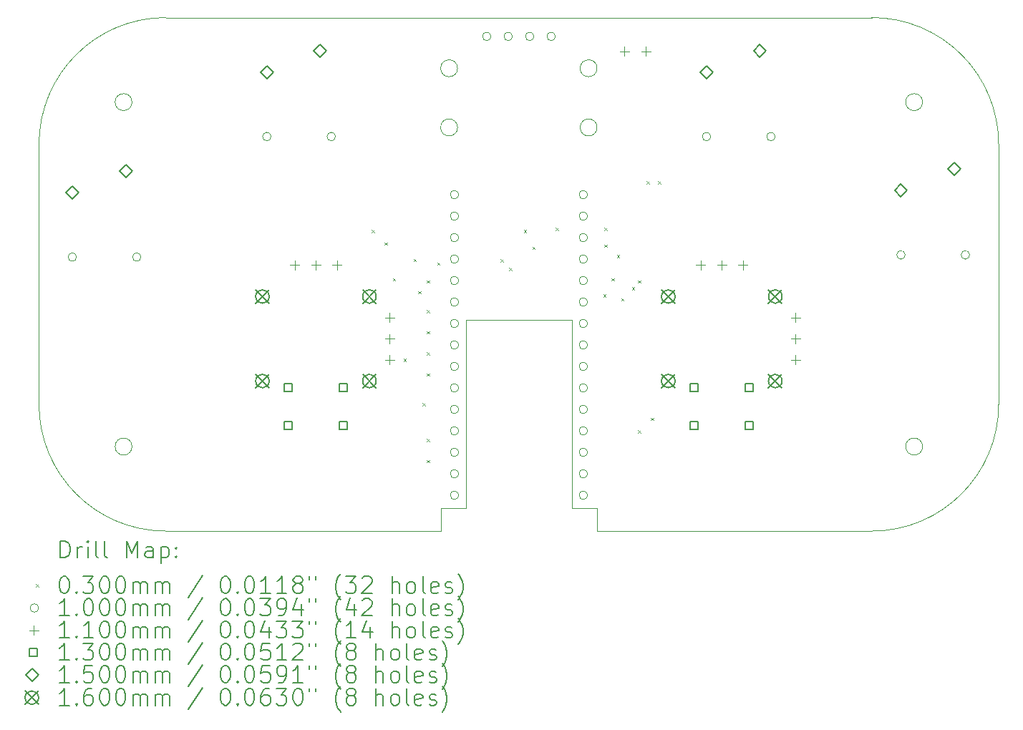
<source format=gbr>
%TF.GenerationSoftware,KiCad,Pcbnew,(6.0.9)*%
%TF.CreationDate,2023-05-29T17:24:43+10:00*%
%TF.ProjectId,Joysticks,4a6f7973-7469-4636-9b73-2e6b69636164,rev?*%
%TF.SameCoordinates,PX3d09000PY568bc30*%
%TF.FileFunction,Drillmap*%
%TF.FilePolarity,Positive*%
%FSLAX45Y45*%
G04 Gerber Fmt 4.5, Leading zero omitted, Abs format (unit mm)*
G04 Created by KiCad (PCBNEW (6.0.9)) date 2023-05-29 17:24:43*
%MOMM*%
%LPD*%
G01*
G04 APERTURE LIST*
%ADD10C,0.100000*%
%ADD11C,0.200000*%
%ADD12C,0.030000*%
%ADD13C,0.110000*%
%ADD14C,0.130000*%
%ADD15C,0.150000*%
%ADD16C,0.160000*%
G04 APERTURE END LIST*
D10*
X4225000Y-4000000D02*
X4525000Y-4000000D01*
X-575000Y1800000D02*
X7775000Y1800000D01*
X2975000Y-1775000D02*
X4225000Y-1775000D01*
X-575000Y1800000D02*
G75*
G03*
X-2075000Y300000I0J-1500000D01*
G01*
X9275000Y300000D02*
G75*
G03*
X7775000Y1800000I-1500000J0D01*
G01*
X-2075000Y-2775000D02*
X-2075000Y300000D01*
X8375000Y-3275000D02*
G75*
G03*
X8375000Y-3275000I-100000J0D01*
G01*
X9275000Y300000D02*
X9275000Y-2775000D01*
X4525000Y1200000D02*
G75*
G03*
X4525000Y1200000I-100000J0D01*
G01*
X-975000Y-3275000D02*
G75*
G03*
X-975000Y-3275000I-100000J0D01*
G01*
X2875000Y500000D02*
G75*
G03*
X2875000Y500000I-100000J0D01*
G01*
X2675000Y-4275000D02*
X2675000Y-4000000D01*
X4525000Y500000D02*
G75*
G03*
X4525000Y500000I-100000J0D01*
G01*
X-975000Y800000D02*
G75*
G03*
X-975000Y800000I-100000J0D01*
G01*
X2675000Y-4000000D02*
X2975000Y-4000000D01*
X-2075000Y-2775000D02*
G75*
G03*
X-575000Y-4275000I1500000J0D01*
G01*
X2975000Y-4000000D02*
X2975000Y-1775000D01*
X4225000Y-1775000D02*
X4225000Y-4000000D01*
X7775000Y-4275000D02*
X4525000Y-4275000D01*
X2675000Y-4275000D02*
X-575000Y-4275000D01*
X7775000Y-4275000D02*
G75*
G03*
X9275000Y-2775000I0J1500000D01*
G01*
X8375000Y800000D02*
G75*
G03*
X8375000Y800000I-100000J0D01*
G01*
X2875000Y1200000D02*
G75*
G03*
X2875000Y1200000I-100000J0D01*
G01*
X4525000Y-4000000D02*
X4525000Y-4275000D01*
D11*
D12*
X1860000Y-710000D02*
X1890000Y-740000D01*
X1890000Y-710000D02*
X1860000Y-740000D01*
X2010000Y-860000D02*
X2040000Y-890000D01*
X2040000Y-860000D02*
X2010000Y-890000D01*
X2110000Y-1285000D02*
X2140000Y-1315000D01*
X2140000Y-1285000D02*
X2110000Y-1315000D01*
X2237550Y-2235000D02*
X2267550Y-2265000D01*
X2267550Y-2235000D02*
X2237550Y-2265000D01*
X2353341Y-1053341D02*
X2383341Y-1083341D01*
X2383341Y-1053341D02*
X2353341Y-1083341D01*
X2409292Y-1434292D02*
X2439292Y-1464292D01*
X2439292Y-1434292D02*
X2409292Y-1464292D01*
X2460000Y-2760000D02*
X2490000Y-2790000D01*
X2490000Y-2760000D02*
X2460000Y-2790000D01*
X2510000Y-1310000D02*
X2540000Y-1340000D01*
X2540000Y-1310000D02*
X2510000Y-1340000D01*
X2510000Y-1660000D02*
X2540000Y-1690000D01*
X2540000Y-1660000D02*
X2510000Y-1690000D01*
X2510000Y-1910000D02*
X2540000Y-1940000D01*
X2540000Y-1910000D02*
X2510000Y-1940000D01*
X2510000Y-2160000D02*
X2540000Y-2190000D01*
X2540000Y-2160000D02*
X2510000Y-2190000D01*
X2510000Y-2410000D02*
X2540000Y-2440000D01*
X2540000Y-2410000D02*
X2510000Y-2440000D01*
X2510000Y-3185000D02*
X2540000Y-3215000D01*
X2540000Y-3185000D02*
X2510000Y-3215000D01*
X2510000Y-3435000D02*
X2540000Y-3465000D01*
X2540000Y-3435000D02*
X2510000Y-3465000D01*
X2635000Y-1097550D02*
X2665000Y-1127550D01*
X2665000Y-1097550D02*
X2635000Y-1127550D01*
X3385000Y-1060000D02*
X3415000Y-1090000D01*
X3415000Y-1060000D02*
X3385000Y-1090000D01*
X3485000Y-1160000D02*
X3515000Y-1190000D01*
X3515000Y-1160000D02*
X3485000Y-1190000D01*
X3660000Y-710000D02*
X3690000Y-740000D01*
X3690000Y-710000D02*
X3660000Y-740000D01*
X3760000Y-910000D02*
X3790000Y-940000D01*
X3790000Y-910000D02*
X3760000Y-940000D01*
X4035000Y-685000D02*
X4065000Y-715000D01*
X4065000Y-685000D02*
X4035000Y-715000D01*
X4598841Y-1473841D02*
X4628841Y-1503841D01*
X4628841Y-1473841D02*
X4598841Y-1503841D01*
X4610000Y-685000D02*
X4640000Y-715000D01*
X4640000Y-685000D02*
X4610000Y-715000D01*
X4610000Y-885000D02*
X4640000Y-915000D01*
X4640000Y-885000D02*
X4610000Y-915000D01*
X4697550Y-1285000D02*
X4727550Y-1315000D01*
X4727550Y-1285000D02*
X4697550Y-1315000D01*
X4760000Y-1010000D02*
X4790000Y-1040000D01*
X4790000Y-1010000D02*
X4760000Y-1040000D01*
X4810000Y-1522450D02*
X4840000Y-1552450D01*
X4840000Y-1522450D02*
X4810000Y-1552450D01*
X4938312Y-1388312D02*
X4968312Y-1418312D01*
X4968312Y-1388312D02*
X4938312Y-1418312D01*
X5010000Y-1310000D02*
X5040000Y-1340000D01*
X5040000Y-1310000D02*
X5010000Y-1340000D01*
X5010000Y-3085000D02*
X5040000Y-3115000D01*
X5040000Y-3085000D02*
X5010000Y-3115000D01*
X5110000Y-135000D02*
X5140000Y-165000D01*
X5140000Y-135000D02*
X5110000Y-165000D01*
X5160000Y-2935000D02*
X5190000Y-2965000D01*
X5190000Y-2935000D02*
X5160000Y-2965000D01*
X5247450Y-135000D02*
X5277450Y-165000D01*
X5277450Y-135000D02*
X5247450Y-165000D01*
D10*
X-1631000Y-1033000D02*
G75*
G03*
X-1631000Y-1033000I-50000J0D01*
G01*
X-869000Y-1033000D02*
G75*
G03*
X-869000Y-1033000I-50000J0D01*
G01*
X669000Y392000D02*
G75*
G03*
X669000Y392000I-50000J0D01*
G01*
X1431000Y392000D02*
G75*
G03*
X1431000Y392000I-50000J0D01*
G01*
X2889000Y-295000D02*
G75*
G03*
X2889000Y-295000I-50000J0D01*
G01*
X2889000Y-549000D02*
G75*
G03*
X2889000Y-549000I-50000J0D01*
G01*
X2889000Y-803000D02*
G75*
G03*
X2889000Y-803000I-50000J0D01*
G01*
X2889000Y-1057000D02*
G75*
G03*
X2889000Y-1057000I-50000J0D01*
G01*
X2889000Y-1311000D02*
G75*
G03*
X2889000Y-1311000I-50000J0D01*
G01*
X2889000Y-1565000D02*
G75*
G03*
X2889000Y-1565000I-50000J0D01*
G01*
X2889000Y-1819000D02*
G75*
G03*
X2889000Y-1819000I-50000J0D01*
G01*
X2889000Y-2073000D02*
G75*
G03*
X2889000Y-2073000I-50000J0D01*
G01*
X2889000Y-2327000D02*
G75*
G03*
X2889000Y-2327000I-50000J0D01*
G01*
X2889000Y-2581000D02*
G75*
G03*
X2889000Y-2581000I-50000J0D01*
G01*
X2889000Y-2835000D02*
G75*
G03*
X2889000Y-2835000I-50000J0D01*
G01*
X2889000Y-3089000D02*
G75*
G03*
X2889000Y-3089000I-50000J0D01*
G01*
X2889000Y-3343000D02*
G75*
G03*
X2889000Y-3343000I-50000J0D01*
G01*
X2889000Y-3597000D02*
G75*
G03*
X2889000Y-3597000I-50000J0D01*
G01*
X2889000Y-3851000D02*
G75*
G03*
X2889000Y-3851000I-50000J0D01*
G01*
X3270000Y1577500D02*
G75*
G03*
X3270000Y1577500I-50000J0D01*
G01*
X3524000Y1577500D02*
G75*
G03*
X3524000Y1577500I-50000J0D01*
G01*
X3778000Y1577500D02*
G75*
G03*
X3778000Y1577500I-50000J0D01*
G01*
X4032000Y1577500D02*
G75*
G03*
X4032000Y1577500I-50000J0D01*
G01*
X4413000Y-295000D02*
G75*
G03*
X4413000Y-295000I-50000J0D01*
G01*
X4413000Y-549000D02*
G75*
G03*
X4413000Y-549000I-50000J0D01*
G01*
X4413000Y-803000D02*
G75*
G03*
X4413000Y-803000I-50000J0D01*
G01*
X4413000Y-1057000D02*
G75*
G03*
X4413000Y-1057000I-50000J0D01*
G01*
X4413000Y-1311000D02*
G75*
G03*
X4413000Y-1311000I-50000J0D01*
G01*
X4413000Y-1565000D02*
G75*
G03*
X4413000Y-1565000I-50000J0D01*
G01*
X4413000Y-1819000D02*
G75*
G03*
X4413000Y-1819000I-50000J0D01*
G01*
X4413000Y-2073000D02*
G75*
G03*
X4413000Y-2073000I-50000J0D01*
G01*
X4413000Y-2327000D02*
G75*
G03*
X4413000Y-2327000I-50000J0D01*
G01*
X4413000Y-2581000D02*
G75*
G03*
X4413000Y-2581000I-50000J0D01*
G01*
X4413000Y-2835000D02*
G75*
G03*
X4413000Y-2835000I-50000J0D01*
G01*
X4413000Y-3089000D02*
G75*
G03*
X4413000Y-3089000I-50000J0D01*
G01*
X4413000Y-3343000D02*
G75*
G03*
X4413000Y-3343000I-50000J0D01*
G01*
X4413000Y-3597000D02*
G75*
G03*
X4413000Y-3597000I-50000J0D01*
G01*
X4413000Y-3851000D02*
G75*
G03*
X4413000Y-3851000I-50000J0D01*
G01*
X5869000Y392000D02*
G75*
G03*
X5869000Y392000I-50000J0D01*
G01*
X6631000Y392000D02*
G75*
G03*
X6631000Y392000I-50000J0D01*
G01*
X8169000Y-1008000D02*
G75*
G03*
X8169000Y-1008000I-50000J0D01*
G01*
X8931000Y-1008000D02*
G75*
G03*
X8931000Y-1008000I-50000J0D01*
G01*
D13*
X950000Y-1072000D02*
X950000Y-1182000D01*
X895000Y-1127000D02*
X1005000Y-1127000D01*
X1200000Y-1072000D02*
X1200000Y-1182000D01*
X1145000Y-1127000D02*
X1255000Y-1127000D01*
X1450000Y-1072000D02*
X1450000Y-1182000D01*
X1395000Y-1127000D02*
X1505000Y-1127000D01*
X2073000Y-1695000D02*
X2073000Y-1805000D01*
X2018000Y-1750000D02*
X2128000Y-1750000D01*
X2073000Y-1945000D02*
X2073000Y-2055000D01*
X2018000Y-2000000D02*
X2128000Y-2000000D01*
X2073000Y-2195000D02*
X2073000Y-2305000D01*
X2018000Y-2250000D02*
X2128000Y-2250000D01*
X4848000Y1455000D02*
X4848000Y1345000D01*
X4793000Y1400000D02*
X4903000Y1400000D01*
X5102000Y1455000D02*
X5102000Y1345000D01*
X5047000Y1400000D02*
X5157000Y1400000D01*
X5750000Y-1072000D02*
X5750000Y-1182000D01*
X5695000Y-1127000D02*
X5805000Y-1127000D01*
X6000000Y-1072000D02*
X6000000Y-1182000D01*
X5945000Y-1127000D02*
X6055000Y-1127000D01*
X6250000Y-1072000D02*
X6250000Y-1182000D01*
X6195000Y-1127000D02*
X6305000Y-1127000D01*
X6873000Y-1695000D02*
X6873000Y-1805000D01*
X6818000Y-1750000D02*
X6928000Y-1750000D01*
X6873000Y-1945000D02*
X6873000Y-2055000D01*
X6818000Y-2000000D02*
X6928000Y-2000000D01*
X6873000Y-2195000D02*
X6873000Y-2305000D01*
X6818000Y-2250000D02*
X6928000Y-2250000D01*
D14*
X920962Y-2620962D02*
X920962Y-2529038D01*
X829038Y-2529038D01*
X829038Y-2620962D01*
X920962Y-2620962D01*
X920962Y-3070962D02*
X920962Y-2979038D01*
X829038Y-2979038D01*
X829038Y-3070962D01*
X920962Y-3070962D01*
X1570962Y-2620962D02*
X1570962Y-2529038D01*
X1479038Y-2529038D01*
X1479038Y-2620962D01*
X1570962Y-2620962D01*
X1570962Y-3070962D02*
X1570962Y-2979038D01*
X1479038Y-2979038D01*
X1479038Y-3070962D01*
X1570962Y-3070962D01*
X5720962Y-2620962D02*
X5720962Y-2529038D01*
X5629038Y-2529038D01*
X5629038Y-2620962D01*
X5720962Y-2620962D01*
X5720962Y-3070962D02*
X5720962Y-2979038D01*
X5629038Y-2979038D01*
X5629038Y-3070962D01*
X5720962Y-3070962D01*
X6370962Y-2620962D02*
X6370962Y-2529038D01*
X6279038Y-2529038D01*
X6279038Y-2620962D01*
X6370962Y-2620962D01*
X6370962Y-3070962D02*
X6370962Y-2979038D01*
X6279038Y-2979038D01*
X6279038Y-3070962D01*
X6370962Y-3070962D01*
D15*
X-1681000Y-346000D02*
X-1606000Y-271000D01*
X-1681000Y-196000D01*
X-1756000Y-271000D01*
X-1681000Y-346000D01*
X-1049000Y-92000D02*
X-974000Y-17000D01*
X-1049000Y58000D01*
X-1124000Y-17000D01*
X-1049000Y-92000D01*
X619000Y1079000D02*
X694000Y1154000D01*
X619000Y1229000D01*
X544000Y1154000D01*
X619000Y1079000D01*
X1251000Y1333000D02*
X1326000Y1408000D01*
X1251000Y1483000D01*
X1176000Y1408000D01*
X1251000Y1333000D01*
X5819000Y1079000D02*
X5894000Y1154000D01*
X5819000Y1229000D01*
X5744000Y1154000D01*
X5819000Y1079000D01*
X6451000Y1333000D02*
X6526000Y1408000D01*
X6451000Y1483000D01*
X6376000Y1408000D01*
X6451000Y1333000D01*
X8119000Y-321000D02*
X8194000Y-246000D01*
X8119000Y-171000D01*
X8044000Y-246000D01*
X8119000Y-321000D01*
X8751000Y-67000D02*
X8826000Y8000D01*
X8751000Y83000D01*
X8676000Y8000D01*
X8751000Y-67000D01*
D16*
X487500Y-1420000D02*
X647500Y-1580000D01*
X647500Y-1420000D02*
X487500Y-1580000D01*
X647500Y-1500000D02*
G75*
G03*
X647500Y-1500000I-80000J0D01*
G01*
X487500Y-2420000D02*
X647500Y-2580000D01*
X647500Y-2420000D02*
X487500Y-2580000D01*
X647500Y-2500000D02*
G75*
G03*
X647500Y-2500000I-80000J0D01*
G01*
X1752500Y-1420000D02*
X1912500Y-1580000D01*
X1912500Y-1420000D02*
X1752500Y-1580000D01*
X1912500Y-1500000D02*
G75*
G03*
X1912500Y-1500000I-80000J0D01*
G01*
X1752500Y-2420000D02*
X1912500Y-2580000D01*
X1912500Y-2420000D02*
X1752500Y-2580000D01*
X1912500Y-2500000D02*
G75*
G03*
X1912500Y-2500000I-80000J0D01*
G01*
X5287500Y-1420000D02*
X5447500Y-1580000D01*
X5447500Y-1420000D02*
X5287500Y-1580000D01*
X5447500Y-1500000D02*
G75*
G03*
X5447500Y-1500000I-80000J0D01*
G01*
X5287500Y-2420000D02*
X5447500Y-2580000D01*
X5447500Y-2420000D02*
X5287500Y-2580000D01*
X5447500Y-2500000D02*
G75*
G03*
X5447500Y-2500000I-80000J0D01*
G01*
X6552500Y-1420000D02*
X6712500Y-1580000D01*
X6712500Y-1420000D02*
X6552500Y-1580000D01*
X6712500Y-1500000D02*
G75*
G03*
X6712500Y-1500000I-80000J0D01*
G01*
X6552500Y-2420000D02*
X6712500Y-2580000D01*
X6712500Y-2420000D02*
X6552500Y-2580000D01*
X6712500Y-2500000D02*
G75*
G03*
X6712500Y-2500000I-80000J0D01*
G01*
D11*
X-1822381Y-4590476D02*
X-1822381Y-4390476D01*
X-1774762Y-4390476D01*
X-1746190Y-4400000D01*
X-1727143Y-4419048D01*
X-1717619Y-4438095D01*
X-1708095Y-4476190D01*
X-1708095Y-4504762D01*
X-1717619Y-4542857D01*
X-1727143Y-4561905D01*
X-1746190Y-4580952D01*
X-1774762Y-4590476D01*
X-1822381Y-4590476D01*
X-1622381Y-4590476D02*
X-1622381Y-4457143D01*
X-1622381Y-4495238D02*
X-1612857Y-4476190D01*
X-1603333Y-4466667D01*
X-1584286Y-4457143D01*
X-1565238Y-4457143D01*
X-1498571Y-4590476D02*
X-1498571Y-4457143D01*
X-1498571Y-4390476D02*
X-1508095Y-4400000D01*
X-1498571Y-4409524D01*
X-1489048Y-4400000D01*
X-1498571Y-4390476D01*
X-1498571Y-4409524D01*
X-1374762Y-4590476D02*
X-1393810Y-4580952D01*
X-1403333Y-4561905D01*
X-1403333Y-4390476D01*
X-1270000Y-4590476D02*
X-1289048Y-4580952D01*
X-1298572Y-4561905D01*
X-1298572Y-4390476D01*
X-1041429Y-4590476D02*
X-1041429Y-4390476D01*
X-974762Y-4533333D01*
X-908095Y-4390476D01*
X-908095Y-4590476D01*
X-727143Y-4590476D02*
X-727143Y-4485714D01*
X-736667Y-4466667D01*
X-755714Y-4457143D01*
X-793810Y-4457143D01*
X-812857Y-4466667D01*
X-727143Y-4580952D02*
X-746190Y-4590476D01*
X-793810Y-4590476D01*
X-812857Y-4580952D01*
X-822381Y-4561905D01*
X-822381Y-4542857D01*
X-812857Y-4523810D01*
X-793810Y-4514286D01*
X-746190Y-4514286D01*
X-727143Y-4504762D01*
X-631905Y-4457143D02*
X-631905Y-4657143D01*
X-631905Y-4466667D02*
X-612857Y-4457143D01*
X-574762Y-4457143D01*
X-555714Y-4466667D01*
X-546191Y-4476190D01*
X-536667Y-4495238D01*
X-536667Y-4552381D01*
X-546191Y-4571429D01*
X-555714Y-4580952D01*
X-574762Y-4590476D01*
X-612857Y-4590476D01*
X-631905Y-4580952D01*
X-450952Y-4571429D02*
X-441429Y-4580952D01*
X-450952Y-4590476D01*
X-460476Y-4580952D01*
X-450952Y-4571429D01*
X-450952Y-4590476D01*
X-450952Y-4466667D02*
X-441429Y-4476190D01*
X-450952Y-4485714D01*
X-460476Y-4476190D01*
X-450952Y-4466667D01*
X-450952Y-4485714D01*
D12*
X-2110000Y-4905000D02*
X-2080000Y-4935000D01*
X-2080000Y-4905000D02*
X-2110000Y-4935000D01*
D11*
X-1784286Y-4810476D02*
X-1765238Y-4810476D01*
X-1746190Y-4820000D01*
X-1736667Y-4829524D01*
X-1727143Y-4848571D01*
X-1717619Y-4886667D01*
X-1717619Y-4934286D01*
X-1727143Y-4972381D01*
X-1736667Y-4991429D01*
X-1746190Y-5000952D01*
X-1765238Y-5010476D01*
X-1784286Y-5010476D01*
X-1803333Y-5000952D01*
X-1812857Y-4991429D01*
X-1822381Y-4972381D01*
X-1831905Y-4934286D01*
X-1831905Y-4886667D01*
X-1822381Y-4848571D01*
X-1812857Y-4829524D01*
X-1803333Y-4820000D01*
X-1784286Y-4810476D01*
X-1631905Y-4991429D02*
X-1622381Y-5000952D01*
X-1631905Y-5010476D01*
X-1641429Y-5000952D01*
X-1631905Y-4991429D01*
X-1631905Y-5010476D01*
X-1555714Y-4810476D02*
X-1431905Y-4810476D01*
X-1498571Y-4886667D01*
X-1470000Y-4886667D01*
X-1450952Y-4896190D01*
X-1441429Y-4905714D01*
X-1431905Y-4924762D01*
X-1431905Y-4972381D01*
X-1441429Y-4991429D01*
X-1450952Y-5000952D01*
X-1470000Y-5010476D01*
X-1527143Y-5010476D01*
X-1546190Y-5000952D01*
X-1555714Y-4991429D01*
X-1308095Y-4810476D02*
X-1289048Y-4810476D01*
X-1270000Y-4820000D01*
X-1260476Y-4829524D01*
X-1250952Y-4848571D01*
X-1241429Y-4886667D01*
X-1241429Y-4934286D01*
X-1250952Y-4972381D01*
X-1260476Y-4991429D01*
X-1270000Y-5000952D01*
X-1289048Y-5010476D01*
X-1308095Y-5010476D01*
X-1327143Y-5000952D01*
X-1336667Y-4991429D01*
X-1346191Y-4972381D01*
X-1355714Y-4934286D01*
X-1355714Y-4886667D01*
X-1346191Y-4848571D01*
X-1336667Y-4829524D01*
X-1327143Y-4820000D01*
X-1308095Y-4810476D01*
X-1117619Y-4810476D02*
X-1098572Y-4810476D01*
X-1079524Y-4820000D01*
X-1070000Y-4829524D01*
X-1060476Y-4848571D01*
X-1050952Y-4886667D01*
X-1050952Y-4934286D01*
X-1060476Y-4972381D01*
X-1070000Y-4991429D01*
X-1079524Y-5000952D01*
X-1098572Y-5010476D01*
X-1117619Y-5010476D01*
X-1136667Y-5000952D01*
X-1146191Y-4991429D01*
X-1155714Y-4972381D01*
X-1165238Y-4934286D01*
X-1165238Y-4886667D01*
X-1155714Y-4848571D01*
X-1146191Y-4829524D01*
X-1136667Y-4820000D01*
X-1117619Y-4810476D01*
X-965238Y-5010476D02*
X-965238Y-4877143D01*
X-965238Y-4896190D02*
X-955714Y-4886667D01*
X-936667Y-4877143D01*
X-908095Y-4877143D01*
X-889048Y-4886667D01*
X-879524Y-4905714D01*
X-879524Y-5010476D01*
X-879524Y-4905714D02*
X-870000Y-4886667D01*
X-850952Y-4877143D01*
X-822381Y-4877143D01*
X-803333Y-4886667D01*
X-793810Y-4905714D01*
X-793810Y-5010476D01*
X-698572Y-5010476D02*
X-698572Y-4877143D01*
X-698572Y-4896190D02*
X-689048Y-4886667D01*
X-670000Y-4877143D01*
X-641429Y-4877143D01*
X-622381Y-4886667D01*
X-612857Y-4905714D01*
X-612857Y-5010476D01*
X-612857Y-4905714D02*
X-603333Y-4886667D01*
X-584286Y-4877143D01*
X-555714Y-4877143D01*
X-536667Y-4886667D01*
X-527143Y-4905714D01*
X-527143Y-5010476D01*
X-136667Y-4800952D02*
X-308095Y-5058095D01*
X120476Y-4810476D02*
X139524Y-4810476D01*
X158571Y-4820000D01*
X168095Y-4829524D01*
X177619Y-4848571D01*
X187143Y-4886667D01*
X187143Y-4934286D01*
X177619Y-4972381D01*
X168095Y-4991429D01*
X158571Y-5000952D01*
X139524Y-5010476D01*
X120476Y-5010476D01*
X101428Y-5000952D01*
X91905Y-4991429D01*
X82381Y-4972381D01*
X72857Y-4934286D01*
X72857Y-4886667D01*
X82381Y-4848571D01*
X91905Y-4829524D01*
X101428Y-4820000D01*
X120476Y-4810476D01*
X272857Y-4991429D02*
X282381Y-5000952D01*
X272857Y-5010476D01*
X263333Y-5000952D01*
X272857Y-4991429D01*
X272857Y-5010476D01*
X406190Y-4810476D02*
X425238Y-4810476D01*
X444286Y-4820000D01*
X453809Y-4829524D01*
X463333Y-4848571D01*
X472857Y-4886667D01*
X472857Y-4934286D01*
X463333Y-4972381D01*
X453809Y-4991429D01*
X444286Y-5000952D01*
X425238Y-5010476D01*
X406190Y-5010476D01*
X387143Y-5000952D01*
X377619Y-4991429D01*
X368095Y-4972381D01*
X358571Y-4934286D01*
X358571Y-4886667D01*
X368095Y-4848571D01*
X377619Y-4829524D01*
X387143Y-4820000D01*
X406190Y-4810476D01*
X663333Y-5010476D02*
X549048Y-5010476D01*
X606190Y-5010476D02*
X606190Y-4810476D01*
X587143Y-4839048D01*
X568095Y-4858095D01*
X549048Y-4867619D01*
X853809Y-5010476D02*
X739524Y-5010476D01*
X796667Y-5010476D02*
X796667Y-4810476D01*
X777619Y-4839048D01*
X758571Y-4858095D01*
X739524Y-4867619D01*
X968095Y-4896190D02*
X949048Y-4886667D01*
X939524Y-4877143D01*
X930000Y-4858095D01*
X930000Y-4848571D01*
X939524Y-4829524D01*
X949048Y-4820000D01*
X968095Y-4810476D01*
X1006190Y-4810476D01*
X1025238Y-4820000D01*
X1034762Y-4829524D01*
X1044286Y-4848571D01*
X1044286Y-4858095D01*
X1034762Y-4877143D01*
X1025238Y-4886667D01*
X1006190Y-4896190D01*
X968095Y-4896190D01*
X949048Y-4905714D01*
X939524Y-4915238D01*
X930000Y-4934286D01*
X930000Y-4972381D01*
X939524Y-4991429D01*
X949048Y-5000952D01*
X968095Y-5010476D01*
X1006190Y-5010476D01*
X1025238Y-5000952D01*
X1034762Y-4991429D01*
X1044286Y-4972381D01*
X1044286Y-4934286D01*
X1034762Y-4915238D01*
X1025238Y-4905714D01*
X1006190Y-4896190D01*
X1120476Y-4810476D02*
X1120476Y-4848571D01*
X1196667Y-4810476D02*
X1196667Y-4848571D01*
X1491905Y-5086667D02*
X1482381Y-5077143D01*
X1463333Y-5048571D01*
X1453809Y-5029524D01*
X1444286Y-5000952D01*
X1434762Y-4953333D01*
X1434762Y-4915238D01*
X1444286Y-4867619D01*
X1453809Y-4839048D01*
X1463333Y-4820000D01*
X1482381Y-4791429D01*
X1491905Y-4781905D01*
X1549048Y-4810476D02*
X1672857Y-4810476D01*
X1606190Y-4886667D01*
X1634762Y-4886667D01*
X1653809Y-4896190D01*
X1663333Y-4905714D01*
X1672857Y-4924762D01*
X1672857Y-4972381D01*
X1663333Y-4991429D01*
X1653809Y-5000952D01*
X1634762Y-5010476D01*
X1577619Y-5010476D01*
X1558571Y-5000952D01*
X1549048Y-4991429D01*
X1749048Y-4829524D02*
X1758571Y-4820000D01*
X1777619Y-4810476D01*
X1825238Y-4810476D01*
X1844286Y-4820000D01*
X1853809Y-4829524D01*
X1863333Y-4848571D01*
X1863333Y-4867619D01*
X1853809Y-4896190D01*
X1739524Y-5010476D01*
X1863333Y-5010476D01*
X2101429Y-5010476D02*
X2101429Y-4810476D01*
X2187143Y-5010476D02*
X2187143Y-4905714D01*
X2177619Y-4886667D01*
X2158571Y-4877143D01*
X2130000Y-4877143D01*
X2110952Y-4886667D01*
X2101429Y-4896190D01*
X2310952Y-5010476D02*
X2291905Y-5000952D01*
X2282381Y-4991429D01*
X2272857Y-4972381D01*
X2272857Y-4915238D01*
X2282381Y-4896190D01*
X2291905Y-4886667D01*
X2310952Y-4877143D01*
X2339524Y-4877143D01*
X2358571Y-4886667D01*
X2368095Y-4896190D01*
X2377619Y-4915238D01*
X2377619Y-4972381D01*
X2368095Y-4991429D01*
X2358571Y-5000952D01*
X2339524Y-5010476D01*
X2310952Y-5010476D01*
X2491905Y-5010476D02*
X2472857Y-5000952D01*
X2463333Y-4981905D01*
X2463333Y-4810476D01*
X2644286Y-5000952D02*
X2625238Y-5010476D01*
X2587143Y-5010476D01*
X2568095Y-5000952D01*
X2558571Y-4981905D01*
X2558571Y-4905714D01*
X2568095Y-4886667D01*
X2587143Y-4877143D01*
X2625238Y-4877143D01*
X2644286Y-4886667D01*
X2653810Y-4905714D01*
X2653810Y-4924762D01*
X2558571Y-4943810D01*
X2730000Y-5000952D02*
X2749048Y-5010476D01*
X2787143Y-5010476D01*
X2806190Y-5000952D01*
X2815714Y-4981905D01*
X2815714Y-4972381D01*
X2806190Y-4953333D01*
X2787143Y-4943810D01*
X2758571Y-4943810D01*
X2739524Y-4934286D01*
X2730000Y-4915238D01*
X2730000Y-4905714D01*
X2739524Y-4886667D01*
X2758571Y-4877143D01*
X2787143Y-4877143D01*
X2806190Y-4886667D01*
X2882381Y-5086667D02*
X2891905Y-5077143D01*
X2910952Y-5048571D01*
X2920476Y-5029524D01*
X2930000Y-5000952D01*
X2939524Y-4953333D01*
X2939524Y-4915238D01*
X2930000Y-4867619D01*
X2920476Y-4839048D01*
X2910952Y-4820000D01*
X2891905Y-4791429D01*
X2882381Y-4781905D01*
D10*
X-2080000Y-5184000D02*
G75*
G03*
X-2080000Y-5184000I-50000J0D01*
G01*
D11*
X-1717619Y-5274476D02*
X-1831905Y-5274476D01*
X-1774762Y-5274476D02*
X-1774762Y-5074476D01*
X-1793810Y-5103048D01*
X-1812857Y-5122095D01*
X-1831905Y-5131619D01*
X-1631905Y-5255429D02*
X-1622381Y-5264952D01*
X-1631905Y-5274476D01*
X-1641429Y-5264952D01*
X-1631905Y-5255429D01*
X-1631905Y-5274476D01*
X-1498571Y-5074476D02*
X-1479524Y-5074476D01*
X-1460476Y-5084000D01*
X-1450952Y-5093524D01*
X-1441429Y-5112571D01*
X-1431905Y-5150667D01*
X-1431905Y-5198286D01*
X-1441429Y-5236381D01*
X-1450952Y-5255429D01*
X-1460476Y-5264952D01*
X-1479524Y-5274476D01*
X-1498571Y-5274476D01*
X-1517619Y-5264952D01*
X-1527143Y-5255429D01*
X-1536667Y-5236381D01*
X-1546190Y-5198286D01*
X-1546190Y-5150667D01*
X-1536667Y-5112571D01*
X-1527143Y-5093524D01*
X-1517619Y-5084000D01*
X-1498571Y-5074476D01*
X-1308095Y-5074476D02*
X-1289048Y-5074476D01*
X-1270000Y-5084000D01*
X-1260476Y-5093524D01*
X-1250952Y-5112571D01*
X-1241429Y-5150667D01*
X-1241429Y-5198286D01*
X-1250952Y-5236381D01*
X-1260476Y-5255429D01*
X-1270000Y-5264952D01*
X-1289048Y-5274476D01*
X-1308095Y-5274476D01*
X-1327143Y-5264952D01*
X-1336667Y-5255429D01*
X-1346191Y-5236381D01*
X-1355714Y-5198286D01*
X-1355714Y-5150667D01*
X-1346191Y-5112571D01*
X-1336667Y-5093524D01*
X-1327143Y-5084000D01*
X-1308095Y-5074476D01*
X-1117619Y-5074476D02*
X-1098572Y-5074476D01*
X-1079524Y-5084000D01*
X-1070000Y-5093524D01*
X-1060476Y-5112571D01*
X-1050952Y-5150667D01*
X-1050952Y-5198286D01*
X-1060476Y-5236381D01*
X-1070000Y-5255429D01*
X-1079524Y-5264952D01*
X-1098572Y-5274476D01*
X-1117619Y-5274476D01*
X-1136667Y-5264952D01*
X-1146191Y-5255429D01*
X-1155714Y-5236381D01*
X-1165238Y-5198286D01*
X-1165238Y-5150667D01*
X-1155714Y-5112571D01*
X-1146191Y-5093524D01*
X-1136667Y-5084000D01*
X-1117619Y-5074476D01*
X-965238Y-5274476D02*
X-965238Y-5141143D01*
X-965238Y-5160190D02*
X-955714Y-5150667D01*
X-936667Y-5141143D01*
X-908095Y-5141143D01*
X-889048Y-5150667D01*
X-879524Y-5169714D01*
X-879524Y-5274476D01*
X-879524Y-5169714D02*
X-870000Y-5150667D01*
X-850952Y-5141143D01*
X-822381Y-5141143D01*
X-803333Y-5150667D01*
X-793810Y-5169714D01*
X-793810Y-5274476D01*
X-698572Y-5274476D02*
X-698572Y-5141143D01*
X-698572Y-5160190D02*
X-689048Y-5150667D01*
X-670000Y-5141143D01*
X-641429Y-5141143D01*
X-622381Y-5150667D01*
X-612857Y-5169714D01*
X-612857Y-5274476D01*
X-612857Y-5169714D02*
X-603333Y-5150667D01*
X-584286Y-5141143D01*
X-555714Y-5141143D01*
X-536667Y-5150667D01*
X-527143Y-5169714D01*
X-527143Y-5274476D01*
X-136667Y-5064952D02*
X-308095Y-5322095D01*
X120476Y-5074476D02*
X139524Y-5074476D01*
X158571Y-5084000D01*
X168095Y-5093524D01*
X177619Y-5112571D01*
X187143Y-5150667D01*
X187143Y-5198286D01*
X177619Y-5236381D01*
X168095Y-5255429D01*
X158571Y-5264952D01*
X139524Y-5274476D01*
X120476Y-5274476D01*
X101428Y-5264952D01*
X91905Y-5255429D01*
X82381Y-5236381D01*
X72857Y-5198286D01*
X72857Y-5150667D01*
X82381Y-5112571D01*
X91905Y-5093524D01*
X101428Y-5084000D01*
X120476Y-5074476D01*
X272857Y-5255429D02*
X282381Y-5264952D01*
X272857Y-5274476D01*
X263333Y-5264952D01*
X272857Y-5255429D01*
X272857Y-5274476D01*
X406190Y-5074476D02*
X425238Y-5074476D01*
X444286Y-5084000D01*
X453809Y-5093524D01*
X463333Y-5112571D01*
X472857Y-5150667D01*
X472857Y-5198286D01*
X463333Y-5236381D01*
X453809Y-5255429D01*
X444286Y-5264952D01*
X425238Y-5274476D01*
X406190Y-5274476D01*
X387143Y-5264952D01*
X377619Y-5255429D01*
X368095Y-5236381D01*
X358571Y-5198286D01*
X358571Y-5150667D01*
X368095Y-5112571D01*
X377619Y-5093524D01*
X387143Y-5084000D01*
X406190Y-5074476D01*
X539524Y-5074476D02*
X663333Y-5074476D01*
X596667Y-5150667D01*
X625238Y-5150667D01*
X644286Y-5160190D01*
X653810Y-5169714D01*
X663333Y-5188762D01*
X663333Y-5236381D01*
X653810Y-5255429D01*
X644286Y-5264952D01*
X625238Y-5274476D01*
X568095Y-5274476D01*
X549048Y-5264952D01*
X539524Y-5255429D01*
X758571Y-5274476D02*
X796667Y-5274476D01*
X815714Y-5264952D01*
X825238Y-5255429D01*
X844286Y-5226857D01*
X853809Y-5188762D01*
X853809Y-5112571D01*
X844286Y-5093524D01*
X834762Y-5084000D01*
X815714Y-5074476D01*
X777619Y-5074476D01*
X758571Y-5084000D01*
X749048Y-5093524D01*
X739524Y-5112571D01*
X739524Y-5160190D01*
X749048Y-5179238D01*
X758571Y-5188762D01*
X777619Y-5198286D01*
X815714Y-5198286D01*
X834762Y-5188762D01*
X844286Y-5179238D01*
X853809Y-5160190D01*
X1025238Y-5141143D02*
X1025238Y-5274476D01*
X977619Y-5064952D02*
X930000Y-5207810D01*
X1053810Y-5207810D01*
X1120476Y-5074476D02*
X1120476Y-5112571D01*
X1196667Y-5074476D02*
X1196667Y-5112571D01*
X1491905Y-5350667D02*
X1482381Y-5341143D01*
X1463333Y-5312571D01*
X1453809Y-5293524D01*
X1444286Y-5264952D01*
X1434762Y-5217333D01*
X1434762Y-5179238D01*
X1444286Y-5131619D01*
X1453809Y-5103048D01*
X1463333Y-5084000D01*
X1482381Y-5055429D01*
X1491905Y-5045905D01*
X1653809Y-5141143D02*
X1653809Y-5274476D01*
X1606190Y-5064952D02*
X1558571Y-5207810D01*
X1682381Y-5207810D01*
X1749048Y-5093524D02*
X1758571Y-5084000D01*
X1777619Y-5074476D01*
X1825238Y-5074476D01*
X1844286Y-5084000D01*
X1853809Y-5093524D01*
X1863333Y-5112571D01*
X1863333Y-5131619D01*
X1853809Y-5160190D01*
X1739524Y-5274476D01*
X1863333Y-5274476D01*
X2101429Y-5274476D02*
X2101429Y-5074476D01*
X2187143Y-5274476D02*
X2187143Y-5169714D01*
X2177619Y-5150667D01*
X2158571Y-5141143D01*
X2130000Y-5141143D01*
X2110952Y-5150667D01*
X2101429Y-5160190D01*
X2310952Y-5274476D02*
X2291905Y-5264952D01*
X2282381Y-5255429D01*
X2272857Y-5236381D01*
X2272857Y-5179238D01*
X2282381Y-5160190D01*
X2291905Y-5150667D01*
X2310952Y-5141143D01*
X2339524Y-5141143D01*
X2358571Y-5150667D01*
X2368095Y-5160190D01*
X2377619Y-5179238D01*
X2377619Y-5236381D01*
X2368095Y-5255429D01*
X2358571Y-5264952D01*
X2339524Y-5274476D01*
X2310952Y-5274476D01*
X2491905Y-5274476D02*
X2472857Y-5264952D01*
X2463333Y-5245905D01*
X2463333Y-5074476D01*
X2644286Y-5264952D02*
X2625238Y-5274476D01*
X2587143Y-5274476D01*
X2568095Y-5264952D01*
X2558571Y-5245905D01*
X2558571Y-5169714D01*
X2568095Y-5150667D01*
X2587143Y-5141143D01*
X2625238Y-5141143D01*
X2644286Y-5150667D01*
X2653810Y-5169714D01*
X2653810Y-5188762D01*
X2558571Y-5207810D01*
X2730000Y-5264952D02*
X2749048Y-5274476D01*
X2787143Y-5274476D01*
X2806190Y-5264952D01*
X2815714Y-5245905D01*
X2815714Y-5236381D01*
X2806190Y-5217333D01*
X2787143Y-5207810D01*
X2758571Y-5207810D01*
X2739524Y-5198286D01*
X2730000Y-5179238D01*
X2730000Y-5169714D01*
X2739524Y-5150667D01*
X2758571Y-5141143D01*
X2787143Y-5141143D01*
X2806190Y-5150667D01*
X2882381Y-5350667D02*
X2891905Y-5341143D01*
X2910952Y-5312571D01*
X2920476Y-5293524D01*
X2930000Y-5264952D01*
X2939524Y-5217333D01*
X2939524Y-5179238D01*
X2930000Y-5131619D01*
X2920476Y-5103048D01*
X2910952Y-5084000D01*
X2891905Y-5055429D01*
X2882381Y-5045905D01*
D13*
X-2135000Y-5393000D02*
X-2135000Y-5503000D01*
X-2190000Y-5448000D02*
X-2080000Y-5448000D01*
D11*
X-1717619Y-5538476D02*
X-1831905Y-5538476D01*
X-1774762Y-5538476D02*
X-1774762Y-5338476D01*
X-1793810Y-5367048D01*
X-1812857Y-5386095D01*
X-1831905Y-5395619D01*
X-1631905Y-5519429D02*
X-1622381Y-5528952D01*
X-1631905Y-5538476D01*
X-1641429Y-5528952D01*
X-1631905Y-5519429D01*
X-1631905Y-5538476D01*
X-1431905Y-5538476D02*
X-1546190Y-5538476D01*
X-1489048Y-5538476D02*
X-1489048Y-5338476D01*
X-1508095Y-5367048D01*
X-1527143Y-5386095D01*
X-1546190Y-5395619D01*
X-1308095Y-5338476D02*
X-1289048Y-5338476D01*
X-1270000Y-5348000D01*
X-1260476Y-5357524D01*
X-1250952Y-5376571D01*
X-1241429Y-5414667D01*
X-1241429Y-5462286D01*
X-1250952Y-5500381D01*
X-1260476Y-5519429D01*
X-1270000Y-5528952D01*
X-1289048Y-5538476D01*
X-1308095Y-5538476D01*
X-1327143Y-5528952D01*
X-1336667Y-5519429D01*
X-1346191Y-5500381D01*
X-1355714Y-5462286D01*
X-1355714Y-5414667D01*
X-1346191Y-5376571D01*
X-1336667Y-5357524D01*
X-1327143Y-5348000D01*
X-1308095Y-5338476D01*
X-1117619Y-5338476D02*
X-1098572Y-5338476D01*
X-1079524Y-5348000D01*
X-1070000Y-5357524D01*
X-1060476Y-5376571D01*
X-1050952Y-5414667D01*
X-1050952Y-5462286D01*
X-1060476Y-5500381D01*
X-1070000Y-5519429D01*
X-1079524Y-5528952D01*
X-1098572Y-5538476D01*
X-1117619Y-5538476D01*
X-1136667Y-5528952D01*
X-1146191Y-5519429D01*
X-1155714Y-5500381D01*
X-1165238Y-5462286D01*
X-1165238Y-5414667D01*
X-1155714Y-5376571D01*
X-1146191Y-5357524D01*
X-1136667Y-5348000D01*
X-1117619Y-5338476D01*
X-965238Y-5538476D02*
X-965238Y-5405143D01*
X-965238Y-5424190D02*
X-955714Y-5414667D01*
X-936667Y-5405143D01*
X-908095Y-5405143D01*
X-889048Y-5414667D01*
X-879524Y-5433714D01*
X-879524Y-5538476D01*
X-879524Y-5433714D02*
X-870000Y-5414667D01*
X-850952Y-5405143D01*
X-822381Y-5405143D01*
X-803333Y-5414667D01*
X-793810Y-5433714D01*
X-793810Y-5538476D01*
X-698572Y-5538476D02*
X-698572Y-5405143D01*
X-698572Y-5424190D02*
X-689048Y-5414667D01*
X-670000Y-5405143D01*
X-641429Y-5405143D01*
X-622381Y-5414667D01*
X-612857Y-5433714D01*
X-612857Y-5538476D01*
X-612857Y-5433714D02*
X-603333Y-5414667D01*
X-584286Y-5405143D01*
X-555714Y-5405143D01*
X-536667Y-5414667D01*
X-527143Y-5433714D01*
X-527143Y-5538476D01*
X-136667Y-5328952D02*
X-308095Y-5586095D01*
X120476Y-5338476D02*
X139524Y-5338476D01*
X158571Y-5348000D01*
X168095Y-5357524D01*
X177619Y-5376571D01*
X187143Y-5414667D01*
X187143Y-5462286D01*
X177619Y-5500381D01*
X168095Y-5519429D01*
X158571Y-5528952D01*
X139524Y-5538476D01*
X120476Y-5538476D01*
X101428Y-5528952D01*
X91905Y-5519429D01*
X82381Y-5500381D01*
X72857Y-5462286D01*
X72857Y-5414667D01*
X82381Y-5376571D01*
X91905Y-5357524D01*
X101428Y-5348000D01*
X120476Y-5338476D01*
X272857Y-5519429D02*
X282381Y-5528952D01*
X272857Y-5538476D01*
X263333Y-5528952D01*
X272857Y-5519429D01*
X272857Y-5538476D01*
X406190Y-5338476D02*
X425238Y-5338476D01*
X444286Y-5348000D01*
X453809Y-5357524D01*
X463333Y-5376571D01*
X472857Y-5414667D01*
X472857Y-5462286D01*
X463333Y-5500381D01*
X453809Y-5519429D01*
X444286Y-5528952D01*
X425238Y-5538476D01*
X406190Y-5538476D01*
X387143Y-5528952D01*
X377619Y-5519429D01*
X368095Y-5500381D01*
X358571Y-5462286D01*
X358571Y-5414667D01*
X368095Y-5376571D01*
X377619Y-5357524D01*
X387143Y-5348000D01*
X406190Y-5338476D01*
X644286Y-5405143D02*
X644286Y-5538476D01*
X596667Y-5328952D02*
X549048Y-5471810D01*
X672857Y-5471810D01*
X730000Y-5338476D02*
X853809Y-5338476D01*
X787143Y-5414667D01*
X815714Y-5414667D01*
X834762Y-5424190D01*
X844286Y-5433714D01*
X853809Y-5452762D01*
X853809Y-5500381D01*
X844286Y-5519429D01*
X834762Y-5528952D01*
X815714Y-5538476D01*
X758571Y-5538476D01*
X739524Y-5528952D01*
X730000Y-5519429D01*
X920476Y-5338476D02*
X1044286Y-5338476D01*
X977619Y-5414667D01*
X1006190Y-5414667D01*
X1025238Y-5424190D01*
X1034762Y-5433714D01*
X1044286Y-5452762D01*
X1044286Y-5500381D01*
X1034762Y-5519429D01*
X1025238Y-5528952D01*
X1006190Y-5538476D01*
X949048Y-5538476D01*
X930000Y-5528952D01*
X920476Y-5519429D01*
X1120476Y-5338476D02*
X1120476Y-5376571D01*
X1196667Y-5338476D02*
X1196667Y-5376571D01*
X1491905Y-5614667D02*
X1482381Y-5605143D01*
X1463333Y-5576571D01*
X1453809Y-5557524D01*
X1444286Y-5528952D01*
X1434762Y-5481333D01*
X1434762Y-5443238D01*
X1444286Y-5395619D01*
X1453809Y-5367048D01*
X1463333Y-5348000D01*
X1482381Y-5319429D01*
X1491905Y-5309905D01*
X1672857Y-5538476D02*
X1558571Y-5538476D01*
X1615714Y-5538476D02*
X1615714Y-5338476D01*
X1596667Y-5367048D01*
X1577619Y-5386095D01*
X1558571Y-5395619D01*
X1844286Y-5405143D02*
X1844286Y-5538476D01*
X1796667Y-5328952D02*
X1749048Y-5471810D01*
X1872857Y-5471810D01*
X2101429Y-5538476D02*
X2101429Y-5338476D01*
X2187143Y-5538476D02*
X2187143Y-5433714D01*
X2177619Y-5414667D01*
X2158571Y-5405143D01*
X2130000Y-5405143D01*
X2110952Y-5414667D01*
X2101429Y-5424190D01*
X2310952Y-5538476D02*
X2291905Y-5528952D01*
X2282381Y-5519429D01*
X2272857Y-5500381D01*
X2272857Y-5443238D01*
X2282381Y-5424190D01*
X2291905Y-5414667D01*
X2310952Y-5405143D01*
X2339524Y-5405143D01*
X2358571Y-5414667D01*
X2368095Y-5424190D01*
X2377619Y-5443238D01*
X2377619Y-5500381D01*
X2368095Y-5519429D01*
X2358571Y-5528952D01*
X2339524Y-5538476D01*
X2310952Y-5538476D01*
X2491905Y-5538476D02*
X2472857Y-5528952D01*
X2463333Y-5509905D01*
X2463333Y-5338476D01*
X2644286Y-5528952D02*
X2625238Y-5538476D01*
X2587143Y-5538476D01*
X2568095Y-5528952D01*
X2558571Y-5509905D01*
X2558571Y-5433714D01*
X2568095Y-5414667D01*
X2587143Y-5405143D01*
X2625238Y-5405143D01*
X2644286Y-5414667D01*
X2653810Y-5433714D01*
X2653810Y-5452762D01*
X2558571Y-5471810D01*
X2730000Y-5528952D02*
X2749048Y-5538476D01*
X2787143Y-5538476D01*
X2806190Y-5528952D01*
X2815714Y-5509905D01*
X2815714Y-5500381D01*
X2806190Y-5481333D01*
X2787143Y-5471810D01*
X2758571Y-5471810D01*
X2739524Y-5462286D01*
X2730000Y-5443238D01*
X2730000Y-5433714D01*
X2739524Y-5414667D01*
X2758571Y-5405143D01*
X2787143Y-5405143D01*
X2806190Y-5414667D01*
X2882381Y-5614667D02*
X2891905Y-5605143D01*
X2910952Y-5576571D01*
X2920476Y-5557524D01*
X2930000Y-5528952D01*
X2939524Y-5481333D01*
X2939524Y-5443238D01*
X2930000Y-5395619D01*
X2920476Y-5367048D01*
X2910952Y-5348000D01*
X2891905Y-5319429D01*
X2882381Y-5309905D01*
D14*
X-2099038Y-5757962D02*
X-2099038Y-5666038D01*
X-2190962Y-5666038D01*
X-2190962Y-5757962D01*
X-2099038Y-5757962D01*
D11*
X-1717619Y-5802476D02*
X-1831905Y-5802476D01*
X-1774762Y-5802476D02*
X-1774762Y-5602476D01*
X-1793810Y-5631048D01*
X-1812857Y-5650095D01*
X-1831905Y-5659619D01*
X-1631905Y-5783428D02*
X-1622381Y-5792952D01*
X-1631905Y-5802476D01*
X-1641429Y-5792952D01*
X-1631905Y-5783428D01*
X-1631905Y-5802476D01*
X-1555714Y-5602476D02*
X-1431905Y-5602476D01*
X-1498571Y-5678667D01*
X-1470000Y-5678667D01*
X-1450952Y-5688190D01*
X-1441429Y-5697714D01*
X-1431905Y-5716762D01*
X-1431905Y-5764381D01*
X-1441429Y-5783428D01*
X-1450952Y-5792952D01*
X-1470000Y-5802476D01*
X-1527143Y-5802476D01*
X-1546190Y-5792952D01*
X-1555714Y-5783428D01*
X-1308095Y-5602476D02*
X-1289048Y-5602476D01*
X-1270000Y-5612000D01*
X-1260476Y-5621524D01*
X-1250952Y-5640571D01*
X-1241429Y-5678667D01*
X-1241429Y-5726286D01*
X-1250952Y-5764381D01*
X-1260476Y-5783428D01*
X-1270000Y-5792952D01*
X-1289048Y-5802476D01*
X-1308095Y-5802476D01*
X-1327143Y-5792952D01*
X-1336667Y-5783428D01*
X-1346191Y-5764381D01*
X-1355714Y-5726286D01*
X-1355714Y-5678667D01*
X-1346191Y-5640571D01*
X-1336667Y-5621524D01*
X-1327143Y-5612000D01*
X-1308095Y-5602476D01*
X-1117619Y-5602476D02*
X-1098572Y-5602476D01*
X-1079524Y-5612000D01*
X-1070000Y-5621524D01*
X-1060476Y-5640571D01*
X-1050952Y-5678667D01*
X-1050952Y-5726286D01*
X-1060476Y-5764381D01*
X-1070000Y-5783428D01*
X-1079524Y-5792952D01*
X-1098572Y-5802476D01*
X-1117619Y-5802476D01*
X-1136667Y-5792952D01*
X-1146191Y-5783428D01*
X-1155714Y-5764381D01*
X-1165238Y-5726286D01*
X-1165238Y-5678667D01*
X-1155714Y-5640571D01*
X-1146191Y-5621524D01*
X-1136667Y-5612000D01*
X-1117619Y-5602476D01*
X-965238Y-5802476D02*
X-965238Y-5669143D01*
X-965238Y-5688190D02*
X-955714Y-5678667D01*
X-936667Y-5669143D01*
X-908095Y-5669143D01*
X-889048Y-5678667D01*
X-879524Y-5697714D01*
X-879524Y-5802476D01*
X-879524Y-5697714D02*
X-870000Y-5678667D01*
X-850952Y-5669143D01*
X-822381Y-5669143D01*
X-803333Y-5678667D01*
X-793810Y-5697714D01*
X-793810Y-5802476D01*
X-698572Y-5802476D02*
X-698572Y-5669143D01*
X-698572Y-5688190D02*
X-689048Y-5678667D01*
X-670000Y-5669143D01*
X-641429Y-5669143D01*
X-622381Y-5678667D01*
X-612857Y-5697714D01*
X-612857Y-5802476D01*
X-612857Y-5697714D02*
X-603333Y-5678667D01*
X-584286Y-5669143D01*
X-555714Y-5669143D01*
X-536667Y-5678667D01*
X-527143Y-5697714D01*
X-527143Y-5802476D01*
X-136667Y-5592952D02*
X-308095Y-5850095D01*
X120476Y-5602476D02*
X139524Y-5602476D01*
X158571Y-5612000D01*
X168095Y-5621524D01*
X177619Y-5640571D01*
X187143Y-5678667D01*
X187143Y-5726286D01*
X177619Y-5764381D01*
X168095Y-5783428D01*
X158571Y-5792952D01*
X139524Y-5802476D01*
X120476Y-5802476D01*
X101428Y-5792952D01*
X91905Y-5783428D01*
X82381Y-5764381D01*
X72857Y-5726286D01*
X72857Y-5678667D01*
X82381Y-5640571D01*
X91905Y-5621524D01*
X101428Y-5612000D01*
X120476Y-5602476D01*
X272857Y-5783428D02*
X282381Y-5792952D01*
X272857Y-5802476D01*
X263333Y-5792952D01*
X272857Y-5783428D01*
X272857Y-5802476D01*
X406190Y-5602476D02*
X425238Y-5602476D01*
X444286Y-5612000D01*
X453809Y-5621524D01*
X463333Y-5640571D01*
X472857Y-5678667D01*
X472857Y-5726286D01*
X463333Y-5764381D01*
X453809Y-5783428D01*
X444286Y-5792952D01*
X425238Y-5802476D01*
X406190Y-5802476D01*
X387143Y-5792952D01*
X377619Y-5783428D01*
X368095Y-5764381D01*
X358571Y-5726286D01*
X358571Y-5678667D01*
X368095Y-5640571D01*
X377619Y-5621524D01*
X387143Y-5612000D01*
X406190Y-5602476D01*
X653810Y-5602476D02*
X558571Y-5602476D01*
X549048Y-5697714D01*
X558571Y-5688190D01*
X577619Y-5678667D01*
X625238Y-5678667D01*
X644286Y-5688190D01*
X653810Y-5697714D01*
X663333Y-5716762D01*
X663333Y-5764381D01*
X653810Y-5783428D01*
X644286Y-5792952D01*
X625238Y-5802476D01*
X577619Y-5802476D01*
X558571Y-5792952D01*
X549048Y-5783428D01*
X853809Y-5802476D02*
X739524Y-5802476D01*
X796667Y-5802476D02*
X796667Y-5602476D01*
X777619Y-5631048D01*
X758571Y-5650095D01*
X739524Y-5659619D01*
X930000Y-5621524D02*
X939524Y-5612000D01*
X958571Y-5602476D01*
X1006190Y-5602476D01*
X1025238Y-5612000D01*
X1034762Y-5621524D01*
X1044286Y-5640571D01*
X1044286Y-5659619D01*
X1034762Y-5688190D01*
X920476Y-5802476D01*
X1044286Y-5802476D01*
X1120476Y-5602476D02*
X1120476Y-5640571D01*
X1196667Y-5602476D02*
X1196667Y-5640571D01*
X1491905Y-5878667D02*
X1482381Y-5869143D01*
X1463333Y-5840571D01*
X1453809Y-5821524D01*
X1444286Y-5792952D01*
X1434762Y-5745333D01*
X1434762Y-5707238D01*
X1444286Y-5659619D01*
X1453809Y-5631048D01*
X1463333Y-5612000D01*
X1482381Y-5583429D01*
X1491905Y-5573905D01*
X1596667Y-5688190D02*
X1577619Y-5678667D01*
X1568095Y-5669143D01*
X1558571Y-5650095D01*
X1558571Y-5640571D01*
X1568095Y-5621524D01*
X1577619Y-5612000D01*
X1596667Y-5602476D01*
X1634762Y-5602476D01*
X1653809Y-5612000D01*
X1663333Y-5621524D01*
X1672857Y-5640571D01*
X1672857Y-5650095D01*
X1663333Y-5669143D01*
X1653809Y-5678667D01*
X1634762Y-5688190D01*
X1596667Y-5688190D01*
X1577619Y-5697714D01*
X1568095Y-5707238D01*
X1558571Y-5726286D01*
X1558571Y-5764381D01*
X1568095Y-5783428D01*
X1577619Y-5792952D01*
X1596667Y-5802476D01*
X1634762Y-5802476D01*
X1653809Y-5792952D01*
X1663333Y-5783428D01*
X1672857Y-5764381D01*
X1672857Y-5726286D01*
X1663333Y-5707238D01*
X1653809Y-5697714D01*
X1634762Y-5688190D01*
X1910952Y-5802476D02*
X1910952Y-5602476D01*
X1996667Y-5802476D02*
X1996667Y-5697714D01*
X1987143Y-5678667D01*
X1968095Y-5669143D01*
X1939524Y-5669143D01*
X1920476Y-5678667D01*
X1910952Y-5688190D01*
X2120476Y-5802476D02*
X2101429Y-5792952D01*
X2091905Y-5783428D01*
X2082381Y-5764381D01*
X2082381Y-5707238D01*
X2091905Y-5688190D01*
X2101429Y-5678667D01*
X2120476Y-5669143D01*
X2149048Y-5669143D01*
X2168095Y-5678667D01*
X2177619Y-5688190D01*
X2187143Y-5707238D01*
X2187143Y-5764381D01*
X2177619Y-5783428D01*
X2168095Y-5792952D01*
X2149048Y-5802476D01*
X2120476Y-5802476D01*
X2301429Y-5802476D02*
X2282381Y-5792952D01*
X2272857Y-5773905D01*
X2272857Y-5602476D01*
X2453810Y-5792952D02*
X2434762Y-5802476D01*
X2396667Y-5802476D01*
X2377619Y-5792952D01*
X2368095Y-5773905D01*
X2368095Y-5697714D01*
X2377619Y-5678667D01*
X2396667Y-5669143D01*
X2434762Y-5669143D01*
X2453810Y-5678667D01*
X2463333Y-5697714D01*
X2463333Y-5716762D01*
X2368095Y-5735809D01*
X2539524Y-5792952D02*
X2558571Y-5802476D01*
X2596667Y-5802476D01*
X2615714Y-5792952D01*
X2625238Y-5773905D01*
X2625238Y-5764381D01*
X2615714Y-5745333D01*
X2596667Y-5735809D01*
X2568095Y-5735809D01*
X2549048Y-5726286D01*
X2539524Y-5707238D01*
X2539524Y-5697714D01*
X2549048Y-5678667D01*
X2568095Y-5669143D01*
X2596667Y-5669143D01*
X2615714Y-5678667D01*
X2691905Y-5878667D02*
X2701429Y-5869143D01*
X2720476Y-5840571D01*
X2730000Y-5821524D01*
X2739524Y-5792952D01*
X2749048Y-5745333D01*
X2749048Y-5707238D01*
X2739524Y-5659619D01*
X2730000Y-5631048D01*
X2720476Y-5612000D01*
X2701429Y-5583429D01*
X2691905Y-5573905D01*
D15*
X-2155000Y-6051000D02*
X-2080000Y-5976000D01*
X-2155000Y-5901000D01*
X-2230000Y-5976000D01*
X-2155000Y-6051000D01*
D11*
X-1717619Y-6066476D02*
X-1831905Y-6066476D01*
X-1774762Y-6066476D02*
X-1774762Y-5866476D01*
X-1793810Y-5895048D01*
X-1812857Y-5914095D01*
X-1831905Y-5923619D01*
X-1631905Y-6047428D02*
X-1622381Y-6056952D01*
X-1631905Y-6066476D01*
X-1641429Y-6056952D01*
X-1631905Y-6047428D01*
X-1631905Y-6066476D01*
X-1441429Y-5866476D02*
X-1536667Y-5866476D01*
X-1546190Y-5961714D01*
X-1536667Y-5952190D01*
X-1517619Y-5942667D01*
X-1470000Y-5942667D01*
X-1450952Y-5952190D01*
X-1441429Y-5961714D01*
X-1431905Y-5980762D01*
X-1431905Y-6028381D01*
X-1441429Y-6047428D01*
X-1450952Y-6056952D01*
X-1470000Y-6066476D01*
X-1517619Y-6066476D01*
X-1536667Y-6056952D01*
X-1546190Y-6047428D01*
X-1308095Y-5866476D02*
X-1289048Y-5866476D01*
X-1270000Y-5876000D01*
X-1260476Y-5885524D01*
X-1250952Y-5904571D01*
X-1241429Y-5942667D01*
X-1241429Y-5990286D01*
X-1250952Y-6028381D01*
X-1260476Y-6047428D01*
X-1270000Y-6056952D01*
X-1289048Y-6066476D01*
X-1308095Y-6066476D01*
X-1327143Y-6056952D01*
X-1336667Y-6047428D01*
X-1346191Y-6028381D01*
X-1355714Y-5990286D01*
X-1355714Y-5942667D01*
X-1346191Y-5904571D01*
X-1336667Y-5885524D01*
X-1327143Y-5876000D01*
X-1308095Y-5866476D01*
X-1117619Y-5866476D02*
X-1098572Y-5866476D01*
X-1079524Y-5876000D01*
X-1070000Y-5885524D01*
X-1060476Y-5904571D01*
X-1050952Y-5942667D01*
X-1050952Y-5990286D01*
X-1060476Y-6028381D01*
X-1070000Y-6047428D01*
X-1079524Y-6056952D01*
X-1098572Y-6066476D01*
X-1117619Y-6066476D01*
X-1136667Y-6056952D01*
X-1146191Y-6047428D01*
X-1155714Y-6028381D01*
X-1165238Y-5990286D01*
X-1165238Y-5942667D01*
X-1155714Y-5904571D01*
X-1146191Y-5885524D01*
X-1136667Y-5876000D01*
X-1117619Y-5866476D01*
X-965238Y-6066476D02*
X-965238Y-5933143D01*
X-965238Y-5952190D02*
X-955714Y-5942667D01*
X-936667Y-5933143D01*
X-908095Y-5933143D01*
X-889048Y-5942667D01*
X-879524Y-5961714D01*
X-879524Y-6066476D01*
X-879524Y-5961714D02*
X-870000Y-5942667D01*
X-850952Y-5933143D01*
X-822381Y-5933143D01*
X-803333Y-5942667D01*
X-793810Y-5961714D01*
X-793810Y-6066476D01*
X-698572Y-6066476D02*
X-698572Y-5933143D01*
X-698572Y-5952190D02*
X-689048Y-5942667D01*
X-670000Y-5933143D01*
X-641429Y-5933143D01*
X-622381Y-5942667D01*
X-612857Y-5961714D01*
X-612857Y-6066476D01*
X-612857Y-5961714D02*
X-603333Y-5942667D01*
X-584286Y-5933143D01*
X-555714Y-5933143D01*
X-536667Y-5942667D01*
X-527143Y-5961714D01*
X-527143Y-6066476D01*
X-136667Y-5856952D02*
X-308095Y-6114095D01*
X120476Y-5866476D02*
X139524Y-5866476D01*
X158571Y-5876000D01*
X168095Y-5885524D01*
X177619Y-5904571D01*
X187143Y-5942667D01*
X187143Y-5990286D01*
X177619Y-6028381D01*
X168095Y-6047428D01*
X158571Y-6056952D01*
X139524Y-6066476D01*
X120476Y-6066476D01*
X101428Y-6056952D01*
X91905Y-6047428D01*
X82381Y-6028381D01*
X72857Y-5990286D01*
X72857Y-5942667D01*
X82381Y-5904571D01*
X91905Y-5885524D01*
X101428Y-5876000D01*
X120476Y-5866476D01*
X272857Y-6047428D02*
X282381Y-6056952D01*
X272857Y-6066476D01*
X263333Y-6056952D01*
X272857Y-6047428D01*
X272857Y-6066476D01*
X406190Y-5866476D02*
X425238Y-5866476D01*
X444286Y-5876000D01*
X453809Y-5885524D01*
X463333Y-5904571D01*
X472857Y-5942667D01*
X472857Y-5990286D01*
X463333Y-6028381D01*
X453809Y-6047428D01*
X444286Y-6056952D01*
X425238Y-6066476D01*
X406190Y-6066476D01*
X387143Y-6056952D01*
X377619Y-6047428D01*
X368095Y-6028381D01*
X358571Y-5990286D01*
X358571Y-5942667D01*
X368095Y-5904571D01*
X377619Y-5885524D01*
X387143Y-5876000D01*
X406190Y-5866476D01*
X653810Y-5866476D02*
X558571Y-5866476D01*
X549048Y-5961714D01*
X558571Y-5952190D01*
X577619Y-5942667D01*
X625238Y-5942667D01*
X644286Y-5952190D01*
X653810Y-5961714D01*
X663333Y-5980762D01*
X663333Y-6028381D01*
X653810Y-6047428D01*
X644286Y-6056952D01*
X625238Y-6066476D01*
X577619Y-6066476D01*
X558571Y-6056952D01*
X549048Y-6047428D01*
X758571Y-6066476D02*
X796667Y-6066476D01*
X815714Y-6056952D01*
X825238Y-6047428D01*
X844286Y-6018857D01*
X853809Y-5980762D01*
X853809Y-5904571D01*
X844286Y-5885524D01*
X834762Y-5876000D01*
X815714Y-5866476D01*
X777619Y-5866476D01*
X758571Y-5876000D01*
X749048Y-5885524D01*
X739524Y-5904571D01*
X739524Y-5952190D01*
X749048Y-5971238D01*
X758571Y-5980762D01*
X777619Y-5990286D01*
X815714Y-5990286D01*
X834762Y-5980762D01*
X844286Y-5971238D01*
X853809Y-5952190D01*
X1044286Y-6066476D02*
X930000Y-6066476D01*
X987143Y-6066476D02*
X987143Y-5866476D01*
X968095Y-5895048D01*
X949048Y-5914095D01*
X930000Y-5923619D01*
X1120476Y-5866476D02*
X1120476Y-5904571D01*
X1196667Y-5866476D02*
X1196667Y-5904571D01*
X1491905Y-6142667D02*
X1482381Y-6133143D01*
X1463333Y-6104571D01*
X1453809Y-6085524D01*
X1444286Y-6056952D01*
X1434762Y-6009333D01*
X1434762Y-5971238D01*
X1444286Y-5923619D01*
X1453809Y-5895048D01*
X1463333Y-5876000D01*
X1482381Y-5847428D01*
X1491905Y-5837905D01*
X1596667Y-5952190D02*
X1577619Y-5942667D01*
X1568095Y-5933143D01*
X1558571Y-5914095D01*
X1558571Y-5904571D01*
X1568095Y-5885524D01*
X1577619Y-5876000D01*
X1596667Y-5866476D01*
X1634762Y-5866476D01*
X1653809Y-5876000D01*
X1663333Y-5885524D01*
X1672857Y-5904571D01*
X1672857Y-5914095D01*
X1663333Y-5933143D01*
X1653809Y-5942667D01*
X1634762Y-5952190D01*
X1596667Y-5952190D01*
X1577619Y-5961714D01*
X1568095Y-5971238D01*
X1558571Y-5990286D01*
X1558571Y-6028381D01*
X1568095Y-6047428D01*
X1577619Y-6056952D01*
X1596667Y-6066476D01*
X1634762Y-6066476D01*
X1653809Y-6056952D01*
X1663333Y-6047428D01*
X1672857Y-6028381D01*
X1672857Y-5990286D01*
X1663333Y-5971238D01*
X1653809Y-5961714D01*
X1634762Y-5952190D01*
X1910952Y-6066476D02*
X1910952Y-5866476D01*
X1996667Y-6066476D02*
X1996667Y-5961714D01*
X1987143Y-5942667D01*
X1968095Y-5933143D01*
X1939524Y-5933143D01*
X1920476Y-5942667D01*
X1910952Y-5952190D01*
X2120476Y-6066476D02*
X2101429Y-6056952D01*
X2091905Y-6047428D01*
X2082381Y-6028381D01*
X2082381Y-5971238D01*
X2091905Y-5952190D01*
X2101429Y-5942667D01*
X2120476Y-5933143D01*
X2149048Y-5933143D01*
X2168095Y-5942667D01*
X2177619Y-5952190D01*
X2187143Y-5971238D01*
X2187143Y-6028381D01*
X2177619Y-6047428D01*
X2168095Y-6056952D01*
X2149048Y-6066476D01*
X2120476Y-6066476D01*
X2301429Y-6066476D02*
X2282381Y-6056952D01*
X2272857Y-6037905D01*
X2272857Y-5866476D01*
X2453810Y-6056952D02*
X2434762Y-6066476D01*
X2396667Y-6066476D01*
X2377619Y-6056952D01*
X2368095Y-6037905D01*
X2368095Y-5961714D01*
X2377619Y-5942667D01*
X2396667Y-5933143D01*
X2434762Y-5933143D01*
X2453810Y-5942667D01*
X2463333Y-5961714D01*
X2463333Y-5980762D01*
X2368095Y-5999809D01*
X2539524Y-6056952D02*
X2558571Y-6066476D01*
X2596667Y-6066476D01*
X2615714Y-6056952D01*
X2625238Y-6037905D01*
X2625238Y-6028381D01*
X2615714Y-6009333D01*
X2596667Y-5999809D01*
X2568095Y-5999809D01*
X2549048Y-5990286D01*
X2539524Y-5971238D01*
X2539524Y-5961714D01*
X2549048Y-5942667D01*
X2568095Y-5933143D01*
X2596667Y-5933143D01*
X2615714Y-5942667D01*
X2691905Y-6142667D02*
X2701429Y-6133143D01*
X2720476Y-6104571D01*
X2730000Y-6085524D01*
X2739524Y-6056952D01*
X2749048Y-6009333D01*
X2749048Y-5971238D01*
X2739524Y-5923619D01*
X2730000Y-5895048D01*
X2720476Y-5876000D01*
X2701429Y-5847428D01*
X2691905Y-5837905D01*
D16*
X-2240000Y-6166000D02*
X-2080000Y-6326000D01*
X-2080000Y-6166000D02*
X-2240000Y-6326000D01*
X-2080000Y-6246000D02*
G75*
G03*
X-2080000Y-6246000I-80000J0D01*
G01*
D11*
X-1717619Y-6336476D02*
X-1831905Y-6336476D01*
X-1774762Y-6336476D02*
X-1774762Y-6136476D01*
X-1793810Y-6165048D01*
X-1812857Y-6184095D01*
X-1831905Y-6193619D01*
X-1631905Y-6317428D02*
X-1622381Y-6326952D01*
X-1631905Y-6336476D01*
X-1641429Y-6326952D01*
X-1631905Y-6317428D01*
X-1631905Y-6336476D01*
X-1450952Y-6136476D02*
X-1489048Y-6136476D01*
X-1508095Y-6146000D01*
X-1517619Y-6155524D01*
X-1536667Y-6184095D01*
X-1546190Y-6222190D01*
X-1546190Y-6298381D01*
X-1536667Y-6317428D01*
X-1527143Y-6326952D01*
X-1508095Y-6336476D01*
X-1470000Y-6336476D01*
X-1450952Y-6326952D01*
X-1441429Y-6317428D01*
X-1431905Y-6298381D01*
X-1431905Y-6250762D01*
X-1441429Y-6231714D01*
X-1450952Y-6222190D01*
X-1470000Y-6212667D01*
X-1508095Y-6212667D01*
X-1527143Y-6222190D01*
X-1536667Y-6231714D01*
X-1546190Y-6250762D01*
X-1308095Y-6136476D02*
X-1289048Y-6136476D01*
X-1270000Y-6146000D01*
X-1260476Y-6155524D01*
X-1250952Y-6174571D01*
X-1241429Y-6212667D01*
X-1241429Y-6260286D01*
X-1250952Y-6298381D01*
X-1260476Y-6317428D01*
X-1270000Y-6326952D01*
X-1289048Y-6336476D01*
X-1308095Y-6336476D01*
X-1327143Y-6326952D01*
X-1336667Y-6317428D01*
X-1346191Y-6298381D01*
X-1355714Y-6260286D01*
X-1355714Y-6212667D01*
X-1346191Y-6174571D01*
X-1336667Y-6155524D01*
X-1327143Y-6146000D01*
X-1308095Y-6136476D01*
X-1117619Y-6136476D02*
X-1098572Y-6136476D01*
X-1079524Y-6146000D01*
X-1070000Y-6155524D01*
X-1060476Y-6174571D01*
X-1050952Y-6212667D01*
X-1050952Y-6260286D01*
X-1060476Y-6298381D01*
X-1070000Y-6317428D01*
X-1079524Y-6326952D01*
X-1098572Y-6336476D01*
X-1117619Y-6336476D01*
X-1136667Y-6326952D01*
X-1146191Y-6317428D01*
X-1155714Y-6298381D01*
X-1165238Y-6260286D01*
X-1165238Y-6212667D01*
X-1155714Y-6174571D01*
X-1146191Y-6155524D01*
X-1136667Y-6146000D01*
X-1117619Y-6136476D01*
X-965238Y-6336476D02*
X-965238Y-6203143D01*
X-965238Y-6222190D02*
X-955714Y-6212667D01*
X-936667Y-6203143D01*
X-908095Y-6203143D01*
X-889048Y-6212667D01*
X-879524Y-6231714D01*
X-879524Y-6336476D01*
X-879524Y-6231714D02*
X-870000Y-6212667D01*
X-850952Y-6203143D01*
X-822381Y-6203143D01*
X-803333Y-6212667D01*
X-793810Y-6231714D01*
X-793810Y-6336476D01*
X-698572Y-6336476D02*
X-698572Y-6203143D01*
X-698572Y-6222190D02*
X-689048Y-6212667D01*
X-670000Y-6203143D01*
X-641429Y-6203143D01*
X-622381Y-6212667D01*
X-612857Y-6231714D01*
X-612857Y-6336476D01*
X-612857Y-6231714D02*
X-603333Y-6212667D01*
X-584286Y-6203143D01*
X-555714Y-6203143D01*
X-536667Y-6212667D01*
X-527143Y-6231714D01*
X-527143Y-6336476D01*
X-136667Y-6126952D02*
X-308095Y-6384095D01*
X120476Y-6136476D02*
X139524Y-6136476D01*
X158571Y-6146000D01*
X168095Y-6155524D01*
X177619Y-6174571D01*
X187143Y-6212667D01*
X187143Y-6260286D01*
X177619Y-6298381D01*
X168095Y-6317428D01*
X158571Y-6326952D01*
X139524Y-6336476D01*
X120476Y-6336476D01*
X101428Y-6326952D01*
X91905Y-6317428D01*
X82381Y-6298381D01*
X72857Y-6260286D01*
X72857Y-6212667D01*
X82381Y-6174571D01*
X91905Y-6155524D01*
X101428Y-6146000D01*
X120476Y-6136476D01*
X272857Y-6317428D02*
X282381Y-6326952D01*
X272857Y-6336476D01*
X263333Y-6326952D01*
X272857Y-6317428D01*
X272857Y-6336476D01*
X406190Y-6136476D02*
X425238Y-6136476D01*
X444286Y-6146000D01*
X453809Y-6155524D01*
X463333Y-6174571D01*
X472857Y-6212667D01*
X472857Y-6260286D01*
X463333Y-6298381D01*
X453809Y-6317428D01*
X444286Y-6326952D01*
X425238Y-6336476D01*
X406190Y-6336476D01*
X387143Y-6326952D01*
X377619Y-6317428D01*
X368095Y-6298381D01*
X358571Y-6260286D01*
X358571Y-6212667D01*
X368095Y-6174571D01*
X377619Y-6155524D01*
X387143Y-6146000D01*
X406190Y-6136476D01*
X644286Y-6136476D02*
X606190Y-6136476D01*
X587143Y-6146000D01*
X577619Y-6155524D01*
X558571Y-6184095D01*
X549048Y-6222190D01*
X549048Y-6298381D01*
X558571Y-6317428D01*
X568095Y-6326952D01*
X587143Y-6336476D01*
X625238Y-6336476D01*
X644286Y-6326952D01*
X653810Y-6317428D01*
X663333Y-6298381D01*
X663333Y-6250762D01*
X653810Y-6231714D01*
X644286Y-6222190D01*
X625238Y-6212667D01*
X587143Y-6212667D01*
X568095Y-6222190D01*
X558571Y-6231714D01*
X549048Y-6250762D01*
X730000Y-6136476D02*
X853809Y-6136476D01*
X787143Y-6212667D01*
X815714Y-6212667D01*
X834762Y-6222190D01*
X844286Y-6231714D01*
X853809Y-6250762D01*
X853809Y-6298381D01*
X844286Y-6317428D01*
X834762Y-6326952D01*
X815714Y-6336476D01*
X758571Y-6336476D01*
X739524Y-6326952D01*
X730000Y-6317428D01*
X977619Y-6136476D02*
X996667Y-6136476D01*
X1015714Y-6146000D01*
X1025238Y-6155524D01*
X1034762Y-6174571D01*
X1044286Y-6212667D01*
X1044286Y-6260286D01*
X1034762Y-6298381D01*
X1025238Y-6317428D01*
X1015714Y-6326952D01*
X996667Y-6336476D01*
X977619Y-6336476D01*
X958571Y-6326952D01*
X949048Y-6317428D01*
X939524Y-6298381D01*
X930000Y-6260286D01*
X930000Y-6212667D01*
X939524Y-6174571D01*
X949048Y-6155524D01*
X958571Y-6146000D01*
X977619Y-6136476D01*
X1120476Y-6136476D02*
X1120476Y-6174571D01*
X1196667Y-6136476D02*
X1196667Y-6174571D01*
X1491905Y-6412667D02*
X1482381Y-6403143D01*
X1463333Y-6374571D01*
X1453809Y-6355524D01*
X1444286Y-6326952D01*
X1434762Y-6279333D01*
X1434762Y-6241238D01*
X1444286Y-6193619D01*
X1453809Y-6165048D01*
X1463333Y-6146000D01*
X1482381Y-6117428D01*
X1491905Y-6107905D01*
X1596667Y-6222190D02*
X1577619Y-6212667D01*
X1568095Y-6203143D01*
X1558571Y-6184095D01*
X1558571Y-6174571D01*
X1568095Y-6155524D01*
X1577619Y-6146000D01*
X1596667Y-6136476D01*
X1634762Y-6136476D01*
X1653809Y-6146000D01*
X1663333Y-6155524D01*
X1672857Y-6174571D01*
X1672857Y-6184095D01*
X1663333Y-6203143D01*
X1653809Y-6212667D01*
X1634762Y-6222190D01*
X1596667Y-6222190D01*
X1577619Y-6231714D01*
X1568095Y-6241238D01*
X1558571Y-6260286D01*
X1558571Y-6298381D01*
X1568095Y-6317428D01*
X1577619Y-6326952D01*
X1596667Y-6336476D01*
X1634762Y-6336476D01*
X1653809Y-6326952D01*
X1663333Y-6317428D01*
X1672857Y-6298381D01*
X1672857Y-6260286D01*
X1663333Y-6241238D01*
X1653809Y-6231714D01*
X1634762Y-6222190D01*
X1910952Y-6336476D02*
X1910952Y-6136476D01*
X1996667Y-6336476D02*
X1996667Y-6231714D01*
X1987143Y-6212667D01*
X1968095Y-6203143D01*
X1939524Y-6203143D01*
X1920476Y-6212667D01*
X1910952Y-6222190D01*
X2120476Y-6336476D02*
X2101429Y-6326952D01*
X2091905Y-6317428D01*
X2082381Y-6298381D01*
X2082381Y-6241238D01*
X2091905Y-6222190D01*
X2101429Y-6212667D01*
X2120476Y-6203143D01*
X2149048Y-6203143D01*
X2168095Y-6212667D01*
X2177619Y-6222190D01*
X2187143Y-6241238D01*
X2187143Y-6298381D01*
X2177619Y-6317428D01*
X2168095Y-6326952D01*
X2149048Y-6336476D01*
X2120476Y-6336476D01*
X2301429Y-6336476D02*
X2282381Y-6326952D01*
X2272857Y-6307905D01*
X2272857Y-6136476D01*
X2453810Y-6326952D02*
X2434762Y-6336476D01*
X2396667Y-6336476D01*
X2377619Y-6326952D01*
X2368095Y-6307905D01*
X2368095Y-6231714D01*
X2377619Y-6212667D01*
X2396667Y-6203143D01*
X2434762Y-6203143D01*
X2453810Y-6212667D01*
X2463333Y-6231714D01*
X2463333Y-6250762D01*
X2368095Y-6269809D01*
X2539524Y-6326952D02*
X2558571Y-6336476D01*
X2596667Y-6336476D01*
X2615714Y-6326952D01*
X2625238Y-6307905D01*
X2625238Y-6298381D01*
X2615714Y-6279333D01*
X2596667Y-6269809D01*
X2568095Y-6269809D01*
X2549048Y-6260286D01*
X2539524Y-6241238D01*
X2539524Y-6231714D01*
X2549048Y-6212667D01*
X2568095Y-6203143D01*
X2596667Y-6203143D01*
X2615714Y-6212667D01*
X2691905Y-6412667D02*
X2701429Y-6403143D01*
X2720476Y-6374571D01*
X2730000Y-6355524D01*
X2739524Y-6326952D01*
X2749048Y-6279333D01*
X2749048Y-6241238D01*
X2739524Y-6193619D01*
X2730000Y-6165048D01*
X2720476Y-6146000D01*
X2701429Y-6117428D01*
X2691905Y-6107905D01*
M02*

</source>
